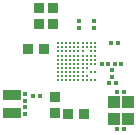
<source format=gts>
G04*
G04 #@! TF.GenerationSoftware,Altium Limited,Altium Designer,19.0.10 (269)*
G04*
G04 Layer_Color=8388736*
%FSLAX24Y24*%
%MOIN*%
G70*
G01*
G75*
%ADD20R,0.0395X0.0434*%
%ADD21R,0.0166X0.0178*%
%ADD22R,0.0611X0.0355*%
%ADD23C,0.0110*%
%ADD24R,0.0375X0.0355*%
%ADD25R,0.0178X0.0166*%
%ADD26R,0.0355X0.0375*%
D20*
X1704Y-1350D02*
D03*
X1252D02*
D03*
Y-1921D02*
D03*
X1704D02*
D03*
D21*
X1590Y-2246D02*
D03*
X1366D02*
D03*
X1366Y-1025D02*
D03*
X1590D02*
D03*
X1089Y-721D02*
D03*
X1313D02*
D03*
X1275Y-69D02*
D03*
X1500D02*
D03*
X845Y-69D02*
D03*
X1070D02*
D03*
X1383Y639D02*
D03*
X1158D02*
D03*
X-1453Y-1130D02*
D03*
X-1228D02*
D03*
D22*
X-2132Y-1696D02*
D03*
Y-1125D02*
D03*
D23*
X-620Y620D02*
D03*
X620Y-344D02*
D03*
X482D02*
D03*
X620Y-620D02*
D03*
X-482Y620D02*
D03*
X-344D02*
D03*
X-207D02*
D03*
X-69D02*
D03*
X69D02*
D03*
X207D02*
D03*
X344D02*
D03*
X482D02*
D03*
X620D02*
D03*
X-620Y482D02*
D03*
X-482D02*
D03*
X-344D02*
D03*
X-207D02*
D03*
X-69D02*
D03*
X69D02*
D03*
X207D02*
D03*
X344D02*
D03*
X482D02*
D03*
X620D02*
D03*
X-620Y344D02*
D03*
X-482D02*
D03*
X-344D02*
D03*
X-207D02*
D03*
X-69D02*
D03*
X69D02*
D03*
X207D02*
D03*
X482D02*
D03*
X620D02*
D03*
X-620Y207D02*
D03*
X-482D02*
D03*
X-344D02*
D03*
X-207D02*
D03*
X-69D02*
D03*
X69D02*
D03*
X207D02*
D03*
X344D02*
D03*
X482D02*
D03*
X620D02*
D03*
X-620Y69D02*
D03*
X-482D02*
D03*
X-344D02*
D03*
X-207D02*
D03*
X-69D02*
D03*
X69D02*
D03*
X207D02*
D03*
X344D02*
D03*
X482D02*
D03*
X620D02*
D03*
X-620Y-69D02*
D03*
X-482D02*
D03*
X-344D02*
D03*
X-207D02*
D03*
X-69D02*
D03*
X69D02*
D03*
X207D02*
D03*
X344D02*
D03*
X482D02*
D03*
X620D02*
D03*
X-620Y-207D02*
D03*
X-482D02*
D03*
X-344D02*
D03*
X-207D02*
D03*
X-69D02*
D03*
X69D02*
D03*
X207D02*
D03*
X344D02*
D03*
X-620Y-344D02*
D03*
X-482D02*
D03*
X-344D02*
D03*
X-207D02*
D03*
X-69D02*
D03*
X69D02*
D03*
X207D02*
D03*
X-620Y-482D02*
D03*
X-482D02*
D03*
X-344D02*
D03*
X-207D02*
D03*
X-69D02*
D03*
X69D02*
D03*
X207D02*
D03*
X344D02*
D03*
X-620Y-620D02*
D03*
X-482D02*
D03*
X-344D02*
D03*
X-207D02*
D03*
X-69D02*
D03*
X69D02*
D03*
X207D02*
D03*
X344D02*
D03*
X482D02*
D03*
D24*
X-1250Y1250D02*
D03*
Y1781D02*
D03*
X-787Y1250D02*
D03*
Y1781D02*
D03*
X-727Y-1179D02*
D03*
Y-1710D02*
D03*
D25*
X-1709Y-1306D02*
D03*
Y-1082D02*
D03*
Y-1525D02*
D03*
Y-1749D02*
D03*
X600Y1352D02*
D03*
Y1128D02*
D03*
X90Y1352D02*
D03*
Y1128D02*
D03*
X1173Y-287D02*
D03*
Y-511D02*
D03*
D26*
X-276Y-1730D02*
D03*
X256D02*
D03*
X-1093Y413D02*
D03*
X-1624D02*
D03*
M02*

</source>
